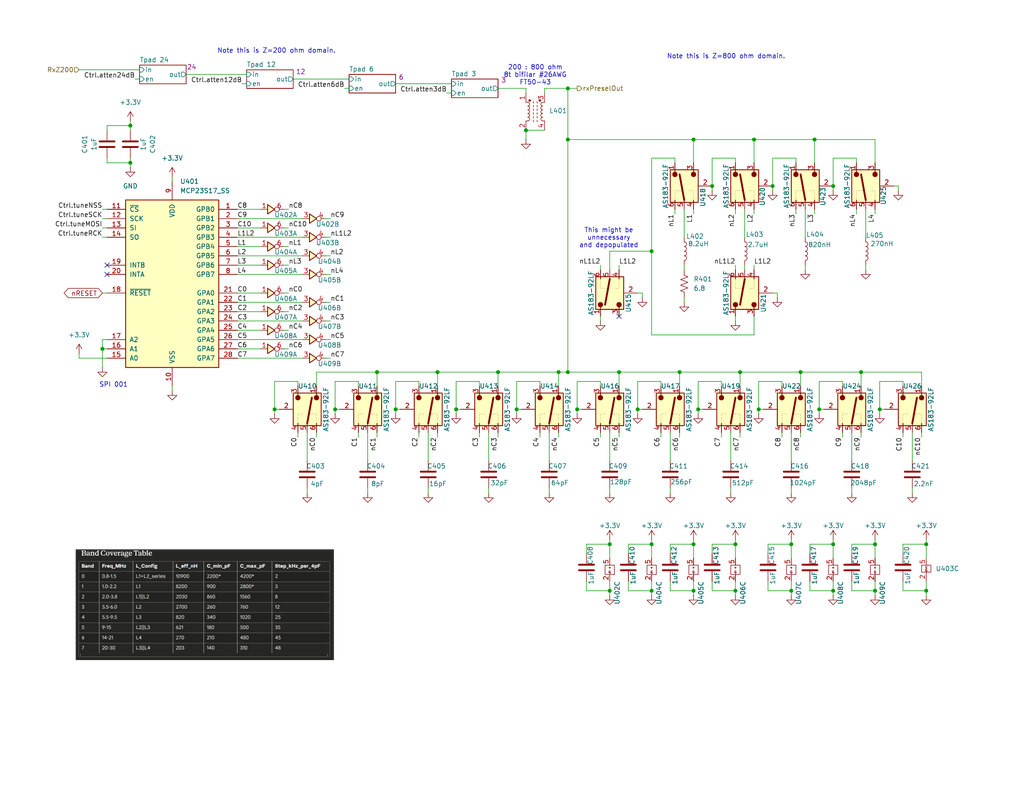
<source format=kicad_sch>
(kicad_sch (version 20250114) (generator "eeschema") (generator_version "9.0")
  (paper "USLetter")
  (title_block (title "Receive Preselector") (date "2025-10-13") (company "WB7NAB") (comment 1 "Alan Mimms"))
  (text "SPI 001" (at 30.988 105.156 0) (effects (font (size 1.27 1.27))))
  (text "200 : 800 ohm\n8t bifilar #26AWG\nFT50-43" (at 146.05 20.574 0) (effects (font (size 1.27 1.27))))
  (text "This might be\nunnecessary\nand depopulated" (at 166.116 65.024 0) (effects (font (size 1.27 1.27))))
  (text "Note this is Z=800 ohm domain." (at 198.12 15.494 0) (effects (font (size 1.27 1.27))))
  (text "Note this is Z=200 ohm domain." (at 75.438 13.97 0) (effects (font (size 1.27 1.27))))
  (junction (at 227.33 50.8))
  (junction (at 200.66 161.29))
  (junction (at 177.8 148.59))
  (junction (at 27.94 95.25))
  (junction (at 238.76 161.29))
  (junction (at 222.25 38.1))
  (junction (at 152.4 101.6))
  (junction (at 135.89 101.6))
  (junction (at 166.37 161.29))
  (junction (at 252.73 161.29))
  (junction (at 74.93 111.76))
  (junction (at 240.03 111.76))
  (junction (at 107.95 111.76))
  (junction (at 154.94 24.13))
  (junction (at 154.94 101.6))
  (junction (at 189.23 161.29))
  (junction (at 177.8 68.58))
  (junction (at 210.82 50.8))
  (junction (at 91.44 111.76))
  (junction (at 119.38 101.6))
  (junction (at 194.31 50.8))
  (junction (at 35.56 44.45))
  (junction (at 177.8 161.29))
  (junction (at 252.73 148.59))
  (junction (at 189.23 148.59))
  (junction (at 166.37 148.59))
  (junction (at 102.87 101.6))
  (junction (at 154.94 38.1))
  (junction (at 201.93 101.6))
  (junction (at 205.74 38.1))
  (junction (at 215.9 148.59))
  (junction (at 140.97 111.76))
  (junction (at 227.33 161.29))
  (junction (at 200.66 148.59))
  (junction (at 207.01 111.76))
  (junction (at 223.52 111.76))
  (junction (at 238.76 148.59))
  (junction (at 227.33 148.59))
  (junction (at 190.5 111.76))
  (junction (at 168.91 101.6))
  (junction (at 218.44 101.6))
  (junction (at 215.9 161.29))
  (junction (at 185.42 101.6))
  (junction (at 124.46 111.76))
  (junction (at 157.48 111.76))
  (junction (at 234.95 101.6))
  (junction (at 35.56 34.29))
  (junction (at 189.23 38.1))
  (junction (at 173.99 111.76))
  (junction (at 143.51 35.56))
  (no_connect (at 168.91 86.36))
  (no_connect (at 29.21 72.39))
  (no_connect (at 29.21 74.93))
  (wire (pts (xy 223.52 113.03) (xy 223.52 111.76)))
  (wire (pts (xy 196.85 118.11) (xy 196.85 119.38)))
  (wire (pts (xy 212.09 80.01) (xy 210.82 80.01)))
  (wire (pts (xy 190.5 104.14) (xy 196.85 104.14)))
  (wire (pts (xy 29.21 44.45) (xy 35.56 44.45)))
  (wire (pts (xy 186.69 72.39) (xy 186.69 73.66)))
  (wire (pts (xy 168.91 118.11) (xy 168.91 119.38)))
  (wire (pts (xy 74.93 113.03) (xy 74.93 111.76)))
  (wire (pts (xy 182.88 148.59) (xy 182.88 151.13)))
  (wire (pts (xy 27.94 62.23) (xy 29.21 62.23)))
  (wire (pts (xy 100.33 133.35) (xy 100.33 134.62)))
  (wire (pts (xy 199.39 133.35) (xy 199.39 134.62)))
  (wire (pts (xy 200.66 147.32) (xy 200.66 148.59)))
  (wire (pts (xy 168.91 72.39) (xy 168.91 73.66)))
  (wire (pts (xy 201.93 118.11) (xy 201.93 119.38)))
  (wire (pts (xy 196.85 104.14) (xy 196.85 105.41)))
  (wire (pts (xy 177.8 158.75) (xy 177.8 161.29)))
  (wire (pts (xy 232.41 133.35) (xy 232.41 134.62)))
  (wire (pts (xy 27.94 95.25) (xy 29.21 95.25)))
  (wire (pts (xy 209.55 148.59) (xy 209.55 151.13)))
  (wire (pts (xy 251.46 101.6) (xy 251.46 105.41)))
  (wire (pts (xy 185.42 101.6) (xy 185.42 105.41)))
  (wire (pts (xy 29.21 34.29) (xy 35.56 34.29)))
  (wire (pts (xy 200.66 44.45) (xy 200.66 43.18)))
  (wire (pts (xy 86.36 118.11) (xy 86.36 119.38)))
  (wire (pts (xy 200.66 72.39) (xy 200.66 73.66)))
  (wire (pts (xy 64.77 74.93) (xy 82.55 74.93)))
  (wire (pts (xy 246.38 148.59) (xy 252.73 148.59)))
  (wire (pts (xy 91.44 111.76) (xy 92.71 111.76)))
  (wire (pts (xy 171.45 148.59) (xy 171.45 151.13)))
  (wire (pts (xy 185.42 118.11) (xy 185.42 119.38)))
  (wire (pts (xy 240.03 111.76) (xy 241.3 111.76)))
  (wire (pts (xy 186.69 81.28) (xy 186.69 82.55)))
  (wire (pts (xy 209.55 148.59) (xy 215.9 148.59)))
  (wire (pts (xy 135.89 101.6) (xy 135.89 105.41)))
  (wire (pts (xy 35.56 34.29) (xy 35.56 35.56)))
  (wire (pts (xy 200.66 43.18) (xy 194.31 43.18)))
  (wire (pts (xy 154.94 101.6) (xy 168.91 101.6)))
  (wire (pts (xy 77.47 57.15) (xy 78.74 57.15)))
  (wire (pts (xy 35.56 43.18) (xy 35.56 44.45)))
  (wire (pts (xy 227.33 50.8) (xy 227.33 43.18)))
  (wire (pts (xy 88.9 82.55) (xy 90.17 82.55)))
  (wire (pts (xy 180.34 118.11) (xy 180.34 119.38)))
  (wire (pts (xy 194.31 161.29) (xy 200.66 161.29)))
  (wire (pts (xy 173.99 111.76) (xy 175.26 111.76)))
  (wire (pts (xy 238.76 147.32) (xy 238.76 148.59)))
  (wire (pts (xy 218.44 101.6) (xy 234.95 101.6)))
  (wire (pts (xy 64.77 62.23) (xy 71.12 62.23)))
  (wire (pts (xy 220.98 148.59) (xy 220.98 151.13)))
  (wire (pts (xy 227.33 52.07) (xy 227.33 50.8)))
  (wire (pts (xy 149.86 118.11) (xy 149.86 125.73)))
  (wire (pts (xy 157.48 111.76) (xy 158.75 111.76)))
  (wire (pts (xy 152.4 118.11) (xy 152.4 119.38)))
  (wire (pts (xy 223.52 111.76) (xy 223.52 104.14)))
  (wire (pts (xy 182.88 118.11) (xy 182.88 125.73)))
  (wire (pts (xy 135.89 101.6) (xy 152.4 101.6)))
  (wire (pts (xy 140.97 111.76) (xy 142.24 111.76)))
  (wire (pts (xy 229.87 118.11) (xy 229.87 119.38)))
  (wire (pts (xy 215.9 148.59) (xy 215.9 152.4)))
  (wire (pts (xy 119.38 101.6) (xy 119.38 105.41)))
  (wire (pts (xy 107.95 111.76) (xy 109.22 111.76)))
  (wire (pts (xy 124.46 113.03) (xy 124.46 111.76)))
  (wire (pts (xy 220.98 148.59) (xy 227.33 148.59)))
  (wire (pts (xy 46.99 105.41) (xy 46.99 106.68)))
  (wire (pts (xy 194.31 148.59) (xy 200.66 148.59)))
  (wire (pts (xy 88.9 92.71) (xy 90.17 92.71)))
  (wire (pts (xy 116.84 133.35) (xy 116.84 134.62)))
  (wire (pts (xy 207.01 113.03) (xy 207.01 111.76)))
  (wire (pts (xy 177.8 147.32) (xy 177.8 148.59)))
  (wire (pts (xy 190.5 111.76) (xy 190.5 104.14)))
  (wire (pts (xy 81.28 118.11) (xy 81.28 119.38)))
  (wire (pts (xy 189.23 158.75) (xy 189.23 161.29)))
  (wire (pts (xy 175.26 81.28) (xy 175.26 80.01)))
  (wire (pts (xy 90.17 59.69) (xy 88.9 59.69)))
  (wire (pts (xy 27.94 64.77) (xy 29.21 64.77)))
  (wire (pts (xy 173.99 113.03) (xy 173.99 111.76)))
  (wire (pts (xy 116.84 118.11) (xy 116.84 125.73)))
  (wire (pts (xy 189.23 38.1) (xy 205.74 38.1)))
  (wire (pts (xy 219.71 57.15) (xy 219.71 64.77)))
  (wire (pts (xy 171.45 161.29) (xy 177.8 161.29)))
  (wire (pts (xy 64.77 87.63) (xy 82.55 87.63)))
  (wire (pts (xy 97.79 118.11) (xy 97.79 119.38)))
  (wire (pts (xy 154.94 24.13) (xy 154.94 38.1)))
  (wire (pts (xy 97.79 104.14) (xy 97.79 105.41)))
  (wire (pts (xy 119.38 118.11) (xy 119.38 119.38)))
  (wire (pts (xy 90.17 64.77) (xy 88.9 64.77)))
  (wire (pts (xy 133.35 118.11) (xy 133.35 125.73)))
  (wire (pts (xy 252.73 148.59) (xy 252.73 152.4)))
  (wire (pts (xy 205.74 57.15) (xy 205.74 58.42)))
  (wire (pts (xy 64.77 95.25) (xy 71.12 95.25)))
  (wire (pts (xy 232.41 158.75) (xy 232.41 161.29)))
  (wire (pts (xy 121.92 25.4) (xy 123.19 25.4)))
  (wire (pts (xy 157.48 113.03) (xy 157.48 111.76)))
  (wire (pts (xy 207.01 104.14) (xy 213.36 104.14)))
  (wire (pts (xy 189.23 38.1) (xy 189.23 44.45)))
  (wire (pts (xy 124.46 104.14) (xy 130.81 104.14)))
  (wire (pts (xy 200.66 57.15) (xy 200.66 58.42)))
  (wire (pts (xy 213.36 104.14) (xy 213.36 105.41)))
  (wire (pts (xy 36.83 21.59) (xy 38.1 21.59)))
  (wire (pts (xy 173.99 104.14) (xy 180.34 104.14)))
  (wire (pts (xy 252.73 161.29) (xy 252.73 162.56)))
  (wire (pts (xy 248.92 133.35) (xy 248.92 134.62)))
  (wire (pts (xy 189.23 161.29) (xy 189.23 162.56)))
  (wire (pts (xy 229.87 104.14) (xy 229.87 105.41)))
  (wire (pts (xy 189.23 147.32) (xy 189.23 148.59)))
  (wire (pts (xy 210.82 50.8) (xy 210.82 43.18)))
  (wire (pts (xy 107.95 113.03) (xy 107.95 111.76)))
  (wire (pts (xy 88.9 69.85) (xy 90.17 69.85)))
  (wire (pts (xy 119.38 101.6) (xy 135.89 101.6)))
  (wire (pts (xy 200.66 86.36) (xy 200.66 87.63)))
  (wire (pts (xy 205.74 91.44) (xy 177.8 91.44)))
  (wire (pts (xy 184.15 57.15) (xy 184.15 58.42)))
  (wire (pts (xy 77.47 67.31) (xy 78.74 67.31)))
  (wire (pts (xy 27.94 95.25) (xy 27.94 100.33)))
  (wire (pts (xy 29.21 35.56) (xy 29.21 34.29)))
  (wire (pts (xy 205.74 86.36) (xy 205.74 91.44)))
  (wire (pts (xy 200.66 148.59) (xy 200.66 152.4)))
  (wire (pts (xy 186.69 57.15) (xy 186.69 64.77)))
  (wire (pts (xy 252.73 147.32) (xy 252.73 148.59)))
  (wire (pts (xy 227.33 158.75) (xy 227.33 161.29)))
  (wire (pts (xy 213.36 118.11) (xy 213.36 119.38)))
  (wire (pts (xy 88.9 87.63) (xy 90.17 87.63)))
  (wire (pts (xy 157.48 111.76) (xy 157.48 104.14)))
  (wire (pts (xy 160.02 148.59) (xy 160.02 151.13)))
  (wire (pts (xy 143.51 35.56) (xy 143.51 38.1)))
  (wire (pts (xy 27.94 57.15) (xy 29.21 57.15)))
  (wire (pts (xy 180.34 104.14) (xy 180.34 105.41)))
  (wire (pts (xy 185.42 101.6) (xy 201.93 101.6)))
  (wire (pts (xy 35.56 44.45) (xy 35.56 45.72)))
  (wire (pts (xy 64.77 82.55) (xy 82.55 82.55)))
  (wire (pts (xy 64.77 85.09) (xy 71.12 85.09)))
  (wire (pts (xy 152.4 101.6) (xy 152.4 105.41)))
  (wire (pts (xy 200.66 158.75) (xy 200.66 161.29)))
  (wire (pts (xy 238.76 38.1) (xy 238.76 44.45)))
  (wire (pts (xy 234.95 118.11) (xy 234.95 119.38)))
  (wire (pts (xy 190.5 111.76) (xy 191.77 111.76)))
  (wire (pts (xy 74.93 111.76) (xy 76.2 111.76)))
  (wire (pts (xy 166.37 158.75) (xy 166.37 161.29)))
  (wire (pts (xy 232.41 118.11) (xy 232.41 125.73)))
  (wire (pts (xy 102.87 101.6) (xy 119.38 101.6)))
  (wire (pts (xy 182.88 148.59) (xy 189.23 148.59)))
  (wire (pts (xy 88.9 74.93) (xy 90.17 74.93)))
  (wire (pts (xy 243.84 50.8) (xy 245.11 50.8)))
  (wire (pts (xy 223.52 104.14) (xy 229.87 104.14)))
  (wire (pts (xy 234.95 101.6) (xy 234.95 105.41)))
  (wire (pts (xy 140.97 113.03) (xy 140.97 111.76)))
  (wire (pts (xy 232.41 148.59) (xy 238.76 148.59)))
  (wire (pts (xy 91.44 111.76) (xy 91.44 104.14)))
  (wire (pts (xy 236.22 72.39) (xy 236.22 73.66)))
  (wire (pts (xy 107.95 22.86) (xy 123.19 22.86)))
  (wire (pts (xy 173.99 111.76) (xy 173.99 104.14)))
  (wire (pts (xy 217.17 43.18) (xy 217.17 44.45)))
  (wire (pts (xy 168.91 101.6) (xy 168.91 105.41)))
  (wire (pts (xy 77.47 95.25) (xy 78.74 95.25)))
  (wire (pts (xy 245.11 50.8) (xy 245.11 52.07)))
  (wire (pts (xy 21.59 19.05) (xy 38.1 19.05)))
  (wire (pts (xy 166.37 68.58) (xy 177.8 68.58)))
  (wire (pts (xy 189.23 148.59) (xy 189.23 152.4)))
  (wire (pts (xy 182.88 133.35) (xy 182.88 134.62)))
  (wire (pts (xy 102.87 118.11) (xy 102.87 119.38)))
  (wire (pts (xy 238.76 161.29) (xy 238.76 162.56)))
  (wire (pts (xy 107.95 111.76) (xy 107.95 104.14)))
  (wire (pts (xy 222.25 38.1) (xy 205.74 38.1)))
  (wire (pts (xy 238.76 158.75) (xy 238.76 161.29)))
  (wire (pts (xy 83.82 133.35) (xy 83.82 134.62)))
  (wire (pts (xy 240.03 104.14) (xy 246.38 104.14)))
  (wire (pts (xy 140.97 111.76) (xy 140.97 104.14)))
  (wire (pts (xy 222.25 57.15) (xy 222.25 58.42)))
  (wire (pts (xy 246.38 158.75) (xy 246.38 161.29)))
  (wire (pts (xy 64.77 90.17) (xy 71.12 90.17)))
  (wire (pts (xy 177.8 91.44) (xy 177.8 68.58)))
  (wire (pts (xy 246.38 148.59) (xy 246.38 151.13)))
  (wire (pts (xy 233.68 43.18) (xy 233.68 44.45)))
  (wire (pts (xy 175.26 80.01) (xy 173.99 80.01)))
  (wire (pts (xy 27.94 80.01) (xy 29.21 80.01)))
  (wire (pts (xy 210.82 43.18) (xy 217.17 43.18)))
  (wire (pts (xy 64.77 64.77) (xy 82.55 64.77)))
  (wire (pts (xy 215.9 158.75) (xy 215.9 161.29)))
  (wire (pts (xy 207.01 111.76) (xy 207.01 104.14)))
  (wire (pts (xy 227.33 161.29) (xy 227.33 162.56)))
  (wire (pts (xy 154.94 38.1) (xy 154.94 101.6)))
  (wire (pts (xy 166.37 147.32) (xy 166.37 148.59)))
  (wire (pts (xy 154.94 38.1) (xy 189.23 38.1)))
  (wire (pts (xy 177.8 68.58) (xy 177.8 43.18)))
  (wire (pts (xy 209.55 158.75) (xy 209.55 161.29)))
  (wire (pts (xy 154.94 24.13) (xy 157.48 24.13)))
  (wire (pts (xy 86.36 101.6) (xy 102.87 101.6)))
  (wire (pts (xy 64.77 72.39) (xy 71.12 72.39)))
  (wire (pts (xy 46.99 48.26) (xy 46.99 49.53)))
  (wire (pts (xy 246.38 161.29) (xy 252.73 161.29)))
  (wire (pts (xy 160.02 148.59) (xy 166.37 148.59)))
  (wire (pts (xy 200.66 161.29) (xy 200.66 162.56)))
  (wire (pts (xy 201.93 101.6) (xy 201.93 105.41)))
  (wire (pts (xy 252.73 158.75) (xy 252.73 161.29)))
  (wire (pts (xy 177.8 43.18) (xy 184.15 43.18)))
  (wire (pts (xy 177.8 161.29) (xy 177.8 162.56)))
  (wire (pts (xy 190.5 113.03) (xy 190.5 111.76)))
  (wire (pts (xy 86.36 101.6) (xy 86.36 105.41)))
  (wire (pts (xy 114.3 104.14) (xy 114.3 105.41)))
  (wire (pts (xy 29.21 92.71) (xy 27.94 92.71)))
  (wire (pts (xy 88.9 97.79) (xy 90.17 97.79)))
  (wire (pts (xy 64.77 92.71) (xy 82.55 92.71)))
  (wire (pts (xy 233.68 57.15) (xy 233.68 58.42)))
  (wire (pts (xy 240.03 113.03) (xy 240.03 111.76)))
  (wire (pts (xy 232.41 161.29) (xy 238.76 161.29)))
  (wire (pts (xy 64.77 69.85) (xy 82.55 69.85)))
  (wire (pts (xy 171.45 158.75) (xy 171.45 161.29)))
  (wire (pts (xy 227.33 148.59) (xy 227.33 152.4)))
  (wire (pts (xy 194.31 43.18) (xy 194.31 50.8)))
  (wire (pts (xy 130.81 104.14) (xy 130.81 105.41)))
  (wire (pts (xy 77.47 62.23) (xy 78.74 62.23)))
  (wire (pts (xy 203.2 57.15) (xy 203.2 64.77)))
  (wire (pts (xy 168.91 101.6) (xy 185.42 101.6)))
  (wire (pts (xy 114.3 118.11) (xy 114.3 119.38)))
  (wire (pts (xy 77.47 72.39) (xy 78.74 72.39)))
  (wire (pts (xy 135.89 24.13) (xy 143.51 24.13)))
  (wire (pts (xy 215.9 161.29) (xy 215.9 162.56)))
  (wire (pts (xy 222.25 38.1) (xy 222.25 44.45)))
  (wire (pts (xy 166.37 148.59) (xy 166.37 152.4)))
  (wire (pts (xy 234.95 101.6) (xy 251.46 101.6)))
  (wire (pts (xy 50.8 20.32) (xy 67.31 20.32)))
  (wire (pts (xy 166.37 118.11) (xy 166.37 125.73)))
  (wire (pts (xy 147.32 104.14) (xy 147.32 105.41)))
  (wire (pts (xy 207.01 111.76) (xy 208.28 111.76)))
  (wire (pts (xy 83.82 118.11) (xy 83.82 125.73)))
  (wire (pts (xy 147.32 118.11) (xy 147.32 119.38)))
  (wire (pts (xy 102.87 101.6) (xy 102.87 105.41)))
  (wire (pts (xy 166.37 133.35) (xy 166.37 134.62)))
  (wire (pts (xy 215.9 147.32) (xy 215.9 148.59)))
  (wire (pts (xy 163.83 118.11) (xy 163.83 119.38)))
  (wire (pts (xy 182.88 158.75) (xy 182.88 161.29)))
  (wire (pts (xy 64.77 97.79) (xy 82.55 97.79)))
  (wire (pts (xy 107.95 104.14) (xy 114.3 104.14)))
  (wire (pts (xy 157.48 104.14) (xy 163.83 104.14)))
  (wire (pts (xy 251.46 118.11) (xy 251.46 119.38)))
  (wire (pts (xy 29.21 43.18) (xy 29.21 44.45)))
  (wire (pts (xy 124.46 111.76) (xy 124.46 104.14)))
  (wire (pts (xy 100.33 118.11) (xy 100.33 125.73)))
  (wire (pts (xy 194.31 148.59) (xy 194.31 151.13)))
  (wire (pts (xy 163.83 86.36) (xy 163.83 87.63)))
  (wire (pts (xy 199.39 118.11) (xy 199.39 125.73)))
  (wire (pts (xy 27.94 92.71) (xy 27.94 95.25)))
  (wire (pts (xy 194.31 158.75) (xy 194.31 161.29)))
  (wire (pts (xy 205.74 38.1) (xy 205.74 44.45)))
  (wire (pts (xy 21.59 97.79) (xy 29.21 97.79)))
  (wire (pts (xy 81.28 104.14) (xy 81.28 105.41)))
  (wire (pts (xy 27.94 59.69) (xy 29.21 59.69)))
  (wire (pts (xy 201.93 101.6) (xy 218.44 101.6)))
  (wire (pts (xy 21.59 96.52) (xy 21.59 97.79)))
  (wire (pts (xy 218.44 101.6) (xy 218.44 105.41)))
  (wire (pts (xy 160.02 161.29) (xy 166.37 161.29)))
  (wire (pts (xy 215.9 133.35) (xy 215.9 134.62)))
  (wire (pts (xy 124.46 111.76) (xy 125.73 111.76)))
  (wire (pts (xy 240.03 111.76) (xy 240.03 104.14)))
  (wire (pts (xy 189.23 57.15) (xy 189.23 58.42)))
  (wire (pts (xy 217.17 57.15) (xy 217.17 58.42)))
  (wire (pts (xy 238.76 57.15) (xy 238.76 58.42)))
  (wire (pts (xy 82.55 59.69) (xy 64.77 59.69)))
  (wire (pts (xy 205.74 72.39) (xy 205.74 73.66)))
  (wire (pts (xy 246.38 104.14) (xy 246.38 105.41)))
  (wire (pts (xy 236.22 57.15) (xy 236.22 64.77)))
  (wire (pts (xy 166.37 161.29) (xy 166.37 162.56)))
  (wire (pts (xy 171.45 148.59) (xy 177.8 148.59)))
  (wire (pts (xy 133.35 133.35) (xy 133.35 134.62)))
  (wire (pts (xy 227.33 43.18) (xy 233.68 43.18)))
  (wire (pts (xy 238.76 38.1) (xy 222.25 38.1)))
  (wire (pts (xy 135.89 118.11) (xy 135.89 119.38)))
  (wire (pts (xy 163.83 104.14) (xy 163.83 105.41)))
  (wire (pts (xy 166.37 68.58) (xy 166.37 73.66)))
  (wire (pts (xy 203.2 72.39) (xy 203.2 73.66)))
  (wire (pts (xy 184.15 43.18) (xy 184.15 44.45)))
  (wire (pts (xy 209.55 161.29) (xy 215.9 161.29)))
  (wire (pts (xy 77.47 80.01) (xy 78.74 80.01)))
  (wire (pts (xy 220.98 158.75) (xy 220.98 161.29)))
  (wire (pts (xy 149.86 133.35) (xy 149.86 134.62)))
  (wire (pts (xy 148.59 24.13) (xy 154.94 24.13)))
  (wire (pts (xy 210.82 52.07) (xy 210.82 50.8)))
  (wire (pts (xy 220.98 161.29) (xy 227.33 161.29)))
  (wire (pts (xy 35.56 33.02) (xy 35.56 34.29)))
  (wire (pts (xy 218.44 118.11) (xy 218.44 119.38)))
  (wire (pts (xy 148.59 24.13) (xy 148.59 25.4)))
  (wire (pts (xy 215.9 118.11) (xy 215.9 125.73)))
  (wire (pts (xy 66.04 22.86) (xy 67.31 22.86)))
  (wire (pts (xy 219.71 72.39) (xy 219.71 73.66)))
  (wire (pts (xy 238.76 148.59) (xy 238.76 152.4)))
  (wire (pts (xy 130.81 118.11) (xy 130.81 119.38)))
  (wire (pts (xy 74.93 111.76) (xy 74.93 104.14)))
  (wire (pts (xy 143.51 35.56) (xy 148.59 35.56)))
  (wire (pts (xy 64.77 67.31) (xy 71.12 67.31)))
  (wire (pts (xy 182.88 161.29) (xy 189.23 161.29)))
  (wire (pts (xy 246.38 118.11) (xy 246.38 119.38)))
  (wire (pts (xy 163.83 72.39) (xy 163.83 73.66)))
  (wire (pts (xy 91.44 113.03) (xy 91.44 111.76)))
  (wire (pts (xy 64.77 57.15) (xy 71.12 57.15)))
  (wire (pts (xy 143.51 25.4) (xy 143.51 24.13)))
  (wire (pts (xy 227.33 147.32) (xy 227.33 148.59)))
  (wire (pts (xy 160.02 158.75) (xy 160.02 161.29)))
  (wire (pts (xy 64.77 80.01) (xy 71.12 80.01)))
  (wire (pts (xy 77.47 90.17) (xy 78.74 90.17)))
  (wire (pts (xy 232.41 148.59) (xy 232.41 151.13)))
  (wire (pts (xy 77.47 85.09) (xy 78.74 85.09)))
  (wire (pts (xy 152.4 101.6) (xy 154.94 101.6)))
  (wire (pts (xy 177.8 148.59) (xy 177.8 152.4)))
  (wire (pts (xy 93.98 24.13) (xy 95.25 24.13)))
  (wire (pts (xy 248.92 118.11) (xy 248.92 125.73)))
  (wire (pts (xy 91.44 104.14) (xy 97.79 104.14)))
  (wire (pts (xy 212.09 81.28) (xy 212.09 80.01)))
  (wire (pts (xy 140.97 104.14) (xy 147.32 104.14)))
  (wire (pts (xy 194.31 52.07) (xy 194.31 50.8)))
  (wire (pts (xy 80.01 21.59) (xy 95.25 21.59)))
  (wire (pts (xy 74.93 104.14) (xy 81.28 104.14)))
  (wire (pts (xy 223.52 111.76) (xy 224.79 111.76)))
  (image (at 55.88 165.1))
  (label "nC6" (at 185.42 119.38 270))
  (label "nL3" (at 217.17 58.42 270))
  (label "nL4" (at 90.17 74.93 0))
  (label "C8" (at 64.77 57.15 0))
  (label "nL4" (at 233.68 58.42 270))
  (label "C10" (at 64.77 62.23 0))
  (label "L1L2" (at 168.91 72.39 0))
  (label "L1" (at 64.77 67.31 0))
  (label "C5" (at 64.77 92.71 0))
  (label "C10" (at 246.38 119.38 270))
  (label "C7" (at 196.85 119.38 270))
  (label "L1L2" (at 64.77 64.77 0))
  (label "C1" (at 97.79 119.38 270))
  (label "C9" (at 64.77 59.69 0))
  (label "C2" (at 64.77 85.09 0))
  (label "L2" (at 64.77 69.85 0))
  (label "nC0" (at 86.36 119.38 270))
  (label "Ctrl.tuneNSS" (at 27.94 57.15 180))
  (label "nC3" (at 135.89 119.38 270))
  (label "nL1L2" (at 200.66 72.39 180))
  (label "C0" (at 81.28 119.38 270))
  (label "nC1" (at 90.17 82.55 0))
  (label "L2" (at 205.74 58.42 270))
  (label "nL2" (at 200.66 58.42 270))
  (label "C4" (at 147.32 119.38 270))
  (label "Ctrl.tuneRCK" (at 27.94 64.77 180))
  (label "Ctrl.atten12dB" (at 66.04 22.86 180))
  (label "nC8" (at 78.74 57.15 0))
  (label "C9" (at 229.87 119.38 270))
  (label "C3" (at 64.77 87.63 0))
  (label "Ctrl.atten24dB" (at 36.83 21.59 180))
  (label "Ctrl.tuneMOSI" (at 27.94 62.23 180))
  (label "nC5" (at 168.91 119.38 270))
  (label "nL1" (at 184.15 58.42 270))
  (label "C7" (at 64.77 97.79 0))
  (label "L4" (at 238.76 58.42 270))
  (label "Ctrl.atten3dB" (at 121.92 25.4 180))
  (label "nC10" (at 251.46 119.38 270))
  (label "C8" (at 213.36 119.38 270))
  (label "L3" (at 222.25 58.42 270))
  (label "C6" (at 64.77 95.25 0))
  (label "L4" (at 64.77 74.93 0))
  (label "C0" (at 64.77 80.01 0))
  (label "nC5" (at 90.17 92.71 0))
  (label "nC9" (at 234.95 119.38 270))
  (label "C1" (at 64.77 82.55 0))
  (label "L1L2" (at 205.74 72.39 0))
  (label "nL1" (at 78.74 67.31 0))
  (label "nC2" (at 78.74 85.09 0))
  (label "nL2" (at 90.17 69.85 0))
  (label "nL1L2" (at 90.17 64.77 0))
  (label "nC7" (at 201.93 119.38 270))
  (label "nC0" (at 78.74 80.01 0))
  (label "nC1" (at 102.87 119.38 270))
  (label "L3" (at 64.77 72.39 0))
  (label "nC10" (at 78.74 62.23 0))
  (label "L1" (at 189.23 58.42 270))
  (label "Ctrl.tuneSCK" (at 27.94 59.69 180))
  (label "C2" (at 114.3 119.38 270))
  (label "C5" (at 163.83 119.38 270))
  (label "nC4" (at 78.74 90.17 0))
  (label "nC2" (at 119.38 119.38 270))
  (label "nL1L2" (at 163.83 72.39 180))
  (label "C3" (at 130.81 119.38 270))
  (label "nC3" (at 90.17 87.63 0))
  (label "C4" (at 64.77 90.17 0))
  (label "nC8" (at 218.44 119.38 270))
  (label "C6" (at 180.34 119.38 270))
  (label "nC4" (at 152.4 119.38 270))
  (label "Ctrl.atten6dB" (at 93.98 24.13 180))
  (label "nC9" (at 90.17 59.69 0))
  (label "nC6" (at 78.74 95.25 0))
  (label "nC7" (at 90.17 97.79 0))
  (label "nL3" (at 78.74 72.39 0))
  (global_label "nRESET" (shape bidirectional) (at 27.94 80.01 180) (property "Intersheetrefs" "${INTERSHEET_REFS}" (effects (hide yes))))
  (hierarchical_label "rxPreselOut" (shape output) (at 157.48 24.13 0))
  (hierarchical_label "RxZ200" (shape input) (at 21.59 19.05 180))
  (symbol (lib_id "Library:74LVC2G04") (at 85.09 92.71 0) (unit 2)
    (property "Reference" "U408" (at 89.916 94.234 0))
    (property "Value" "74LVC2G04" (effects (hide yes)))
    (property "Footprint" "Library:DCK-6" (effects (hide yes)))
  )
  (symbol (lib_id "Library:74LVC2G04") (at 73.66 95.25 0) (unit 1)
    (property "Reference" "U409" (at 77.978 96.774 0))
    (property "Value" "74LVC2G04" (effects (hide yes)))
    (property "Footprint" "Library:DCK-6" (effects (hide yes)))
  )
  (symbol (lib_id "power:GND") (at 140.97 113.03 0) (unit 1)
    (property "Reference" "#PWR0415" (effects (hide yes)))
    (property "Value" "GND" (effects (hide yes)))
    (property "Description" "Power symbol creates a global label with name \"GND\" , ground" (effects (hide yes)))
  )
  (symbol (lib_id "Library:74LVC2G04") (at 73.66 72.39 0) (unit 1)
    (property "Reference" "U405" (at 77.978 73.914 0))
    (property "Value" "74LVC2G04" (effects (hide yes)))
    (property "Footprint" "Library:DCK-6" (effects (hide yes)))
  )
  (symbol (lib_id "power:GND") (at 252.73 162.56 0) (unit 1)
    (property "Reference" "#PWR0456" (effects (hide yes)))
    (property "Value" "GND" (effects (hide yes)))
    (property "Description" "Power symbol creates a global label with name \"GND\" , ground" (effects (hide yes)))
  )
  (symbol (lib_id "Device:C") (at 209.55 154.94 0) (unit 1)
    (property "Reference" "C415" (at 210.566 149.098 90) (effects (justify right)))
    (property "Value" "1uF" (at 210.82 155.956 90) (effects (justify right)))
    (property "Footprint" "Capacitor_SMD:C_0805_2012Metric" (effects (hide yes)))
    (property "Description" "Unpolarized capacitor" (effects (hide yes)))
  )
  (symbol (lib_id "Library:74LVC2G04") (at 73.66 90.17 0) (unit 1)
    (property "Reference" "U408" (at 77.978 91.694 0))
    (property "Value" "74LVC2G04" (effects (hide yes)))
    (property "Footprint" "Library:DCK-6" (effects (hide yes)))
  )
  (symbol (lib_id "Device:L") (at 219.71 68.58 0) (unit 1)
    (property "Reference" "L404" (at 219.964 64.008 0) (effects (justify left)))
    (property "Value" "820nH" (at 220.472 66.802 0) (effects (justify left)))
    (property "Footprint" "Inductor_SMD:L_Coilcraft_1008HQ_2520Metric" (effects (hide yes)))
    (property "Datasheet" "https://www.coilcraft.com/getmedia/9b59774c-05d4-40c5-99c9-417bb8e881ea/1008cs.pdf" (effects (hide yes)))
    (property "Description" "Inductor" (effects (hide yes)))
  )
  (symbol (lib_id "Library:74LVC2G04") (at 85.09 74.93 0) (unit 2)
    (property "Reference" "U405" (at 89.916 76.454 0))
    (property "Value" "74LVC2G04" (effects (hide yes)))
    (property "Footprint" "Library:DCK-6" (effects (hide yes)))
  )
  (symbol (lib_id "Device:L") (at 203.2 68.58 0) (unit 1)
    (property "Reference" "L403" (at 203.454 64.008 0) (effects (justify left)))
    (property "Value" "2.7uH" (at 203.962 66.802 0) (effects (justify left)))
    (property "Footprint" "Inductor_SMD:L_Coilcraft_1008HQ_2520Metric" (effects (hide yes)))
    (property "Datasheet" "https://www.coilcraft.com/getmedia/9b59774c-05d4-40c5-99c9-417bb8e881ea/1008cs.pdf" (effects (hide yes)))
  )
  (symbol (lib_id "power:GND") (at 219.71 73.66 0) (unit 1)
    (property "Reference" "#PWR0443" (effects (hide yes)))
    (property "Value" "GND" (effects (hide yes)))
    (property "Description" "Power symbol creates a global label with name \"GND\" , ground" (effects (hide yes)))
  )
  (symbol (lib_id "power:+3.3V") (at 200.66 147.32 0) (unit 1)
    (property "Reference" "#PWR0435" (effects (hide yes)))
    (property "Value" "+3.3V" (at 200.66 143.51 0))
    (property "Description" "Power symbol creates a global label with name \"+3.3V\"" (effects (hide yes)))
  )
  (symbol (lib_id "Library:AS169-73LF") (at 232.41 111.76 270) (unit 1)
    (property "Reference" "U424" (at 229.87 105.41 90) (effects (justify left)))
    (property "Value" "AS183-92LF" (at 237.49 111.76 0))
    (property "Footprint" "Library:SOT65P220X110-6N" (effects (hide yes)))
  )
  (symbol (lib_id "Device:C") (at 149.86 129.54 0) (unit 1)
    (property "Reference" "C407" (at 154.686 127.254 0) (effects (justify right)))
    (property "Value" "64pF" (at 155.194 131.826 0) (effects (justify right)))
    (property "Footprint" "Capacitor_SMD:C_1206_3216Metric" (effects (hide yes)))
    (property "Description" "Unpolarized capacitor" (effects (hide yes)))
  )
  (symbol (lib_id "power:GND") (at 173.99 113.03 0) (unit 1)
    (property "Reference" "#PWR0423" (effects (hide yes)))
    (property "Value" "GND" (effects (hide yes)))
    (property "Description" "Power symbol creates a global label with name \"GND\" , ground" (effects (hide yes)))
  )
  (symbol (lib_id "power:GND") (at 248.92 134.62 0) (unit 1)
    (property "Reference" "#PWR0454" (effects (hide yes)))
    (property "Value" "GND" (effects (hide yes)))
    (property "Description" "Power symbol creates a global label with name \"GND\" , ground" (effects (hide yes)))
  )
  (symbol (lib_id "power:+5V") (at 21.59 96.52 0) (unit 1)
    (property "Reference" "#PWR0401" (effects (hide yes)))
    (property "Value" "+3.3V" (at 21.59 91.44 0))
    (property "Description" "Power symbol creates a global label with name \"+3.3V\"" (effects (hide yes)))
  )
  (symbol (lib_id "Library:AS169-73LF") (at 133.35 111.76 270) (unit 1)
    (property "Reference" "U413" (at 130.81 105.41 90) (effects (justify left)))
    (property "Value" "AS183-92LF" (at 138.43 111.76 0))
    (property "Footprint" "Library:SOT65P220X110-6N" (effects (hide yes)))
  )
  (symbol (lib_id "Library:74LVC2G04") (at 73.66 85.09 0) (unit 1)
    (property "Reference" "U407" (at 77.978 86.614 0))
    (property "Value" "74LVC2G04" (effects (hide yes)))
    (property "Footprint" "Library:DCK-6" (effects (hide yes)))
  )
  (symbol (lib_id "Library:AS169-73LF") (at 219.71 50.8 90) (mirror x) (unit 1)
    (property "Reference" "U423" (at 224.536 51.054 0) (effects (justify left)))
    (property "Value" "AS183-92LF" (at 214.63 50.8 0))
    (property "Footprint" "Library:SOT65P220X110-6N" (effects (hide yes)))
  )
  (symbol (lib_id "power:GND") (at 166.37 134.62 0) (unit 1)
    (property "Reference" "#PWR0420" (effects (hide yes)))
    (property "Value" "GND" (effects (hide yes)))
    (property "Description" "Power symbol creates a global label with name \"GND\" , ground" (effects (hide yes)))
  )
  (symbol (lib_id "power:GND") (at 227.33 162.56 0) (unit 1)
    (property "Reference" "#PWR0447" (effects (hide yes)))
    (property "Value" "GND" (effects (hide yes)))
    (property "Description" "Power symbol creates a global label with name \"GND\" , ground" (effects (hide yes)))
  )
  (symbol (lib_id "Device:L_Ferrite_Coupled") (at 146.05 30.48 90) (mirror x) (unit 1)
    (property "Reference" "L401" (at 149.86 30.2261 90) (effects (justify right)))
    (property "Value" "8t bifilar" (effects (hide yes)))
    (property "Footprint" "Inductor_THT:L_CommonMode_Toroid_Vertical_L19.3mm_W10.8mm_Px6.35mm_Py15.24mm_Bourns_8100" (effects (hide yes)))
    (property "Description" "Coupled inductor with ferrite core (hand wound 8t #26AWG bifilar FT50-43" (effects (hide yes)))
  )
  (symbol (lib_id "power:GND") (at 238.76 162.56 0) (unit 1)
    (property "Reference" "#PWR0451" (effects (hide yes)))
    (property "Value" "GND" (effects (hide yes)))
    (property "Description" "Power symbol creates a global label with name \"GND\" , ground" (effects (hide yes)))
  )
  (symbol (lib_id "Library:AS169-73LF") (at 166.37 111.76 270) (unit 1)
    (property "Reference" "U416" (at 163.83 105.41 90) (effects (justify left)))
    (property "Value" "AS183-92LF" (at 171.45 111.76 0))
    (property "Footprint" "Library:SOT65P220X110-6N" (effects (hide yes)))
  )
  (symbol (lib_id "Device:C") (at 166.37 129.54 0) (unit 1)
    (property "Reference" "C409" (at 171.196 127.254 0) (effects (justify right)))
    (property "Value" "128pF" (at 172.466 131.572 0) (effects (justify right)))
    (property "Footprint" "Capacitor_SMD:C_1206_3216Metric" (effects (hide yes)))
    (property "Description" "Unpolarized capacitor" (effects (hide yes)))
  )
  (symbol (lib_id "Library:74LVC2G04") (at 85.09 69.85 0) (unit 2)
    (property "Reference" "U404" (at 89.916 71.374 0))
    (property "Value" "74LVC2G04" (effects (hide yes)))
    (property "Footprint" "Library:DCK6" (effects (hide yes)))
  )
  (symbol (lib_id "power:GND") (at 83.82 134.62 0) (unit 1)
    (property "Reference" "#PWR0408" (effects (hide yes)))
    (property "Value" "GND" (effects (hide yes)))
    (property "Description" "Power symbol creates a global label with name \"GND\" , ground" (effects (hide yes)))
  )
  (symbol (lib_id "power:GND") (at 157.48 113.03 0) (unit 1)
    (property "Reference" "#PWR0418" (effects (hide yes)))
    (property "Value" "GND" (effects (hide yes)))
    (property "Description" "Power symbol creates a global label with name \"GND\" , ground" (effects (hide yes)))
  )
  (symbol (lib_id "power:GND") (at 227.33 52.07 0) (unit 1)
    (property "Reference" "#PWR0445" (effects (hide yes)))
    (property "Value" "GND" (effects (hide yes)))
    (property "Description" "Power symbol creates a global label with name \"GND\" , ground" (effects (hide yes)))
  )
  (symbol (lib_id "power:+3.3V") (at 227.33 147.32 0) (unit 1)
    (property "Reference" "#PWR0446" (effects (hide yes)))
    (property "Value" "+3.3V" (at 227.33 143.51 0))
    (property "Description" "Power symbol creates a global label with name \"+3.3V\"" (effects (hide yes)))
  )
  (symbol (lib_id "power:GND") (at 223.52 113.03 0) (unit 1)
    (property "Reference" "#PWR0444" (effects (hide yes)))
    (property "Value" "GND" (effects (hide yes)))
    (property "Description" "Power symbol creates a global label with name \"GND\" , ground" (effects (hide yes)))
  )
  (symbol (lib_id "Device:C") (at 171.45 154.94 0) (unit 1)
    (property "Reference" "C410" (at 172.466 149.098 90) (effects (justify right)))
    (property "Value" "1uF" (at 172.72 155.956 90) (effects (justify right)))
    (property "Footprint" "Capacitor_SMD:C_0805_2012Metric" (effects (hide yes)))
    (property "Description" "Unpolarized capacitor" (effects (hide yes)))
  )
  (symbol (lib_id "Device:C") (at 182.88 154.94 0) (unit 1)
    (property "Reference" "C412" (at 183.896 149.098 90) (effects (justify right)))
    (property "Value" "1uF" (at 184.15 155.956 90) (effects (justify right)))
    (property "Footprint" "Capacitor_SMD:C_0805_2012Metric" (effects (hide yes)))
    (property "Description" "Unpolarized capacitor" (effects (hide yes)))
  )
  (symbol (lib_id "Library:74LVC2G04") (at 85.09 97.79 0) (unit 2)
    (property "Reference" "U409" (at 89.916 99.314 0))
    (property "Value" "74LVC2G04" (effects (hide yes)))
    (property "Footprint" "Library:DCK-6" (effects (hide yes)))
  )
  (symbol (lib_id "power:GND") (at 182.88 134.62 0) (unit 1)
    (property "Reference" "#PWR0427" (effects (hide yes)))
    (property "Value" "GND" (effects (hide yes)))
    (property "Description" "Power symbol creates a global label with name \"GND\" , ground" (effects (hide yes)))
  )
  (symbol (lib_id "Library:AS169-73LF") (at 203.2 80.01 90) (unit 1)
    (property "Reference" "U421" (at 208.28 85.344 0) (effects (justify left)))
    (property "Value" "AS183-92LF" (at 198.12 80.01 0))
    (property "Footprint" "Library:SOT65P220X110-6N" (effects (hide yes)))
  )
  (symbol (lib_id "Library:74LVC2G04") (at 73.66 67.31 0) (unit 1)
    (property "Reference" "U404" (at 77.978 68.834 0))
    (property "Value" "74LVC2G04" (effects (hide yes)))
    (property "Footprint" "Library:DCK6" (effects (hide yes)))
  )
  (symbol (lib_id "Library:AS169-73LF") (at 236.22 50.8 90) (mirror x) (unit 1)
    (property "Reference" "U425" (at 241.046 50.8 0) (effects (justify left)))
    (property "Value" "AS183-92LF" (at 231.14 50.8 0))
    (property "Footprint" "Library:SOT65P220X110-6N" (effects (hide yes)))
  )
  (symbol (lib_name "74LVC2G04_1") (lib_id "Library:74LVC2G04") (at 238.76 154.94 0) (unit 3)
    (property "Reference" "U409" (at 240.792 165.1 90) (effects (justify left)))
    (property "Value" "74LVC2G04" (effects (hide yes)))
    (property "Footprint" "Library:DCK-6" (effects (hide yes)))
  )
  (symbol (lib_id "power:GND") (at 124.46 113.03 0) (unit 1)
    (property "Reference" "#PWR0413" (effects (hide yes)))
    (property "Value" "GND" (effects (hide yes)))
    (property "Description" "Power symbol creates a global label with name \"GND\" , ground" (effects (hide yes)))
  )
  (symbol (lib_id "Device:C") (at 116.84 129.54 0) (unit 1)
    (property "Reference" "C405" (at 121.666 127.254 0) (effects (justify right)))
    (property "Value" "16pF" (at 121.92 132.08 0) (effects (justify right)))
    (property "Footprint" "Capacitor_SMD:C_1206_3216Metric" (effects (hide yes)))
    (property "Description" "Unpolarized capacitor" (effects (hide yes)))
  )
  (symbol (lib_id "power:+5V") (at 46.99 48.26 0) (unit 1)
    (property "Reference" "#PWR0405" (effects (hide yes)))
    (property "Value" "+3.3V" (at 46.99 43.18 0))
    (property "Description" "Power symbol creates a global label with name \"+3.3V\"" (effects (hide yes)))
  )
  (symbol (lib_id "power:GND") (at 175.26 81.28 0) (unit 1)
    (property "Reference" "#PWR0424" (effects (hide yes)))
    (property "Value" "GND" (effects (hide yes)))
    (property "Description" "Power symbol creates a global label with name \"GND\" , ground" (effects (hide yes)))
  )
  (symbol (lib_name "74LVC2G04_1") (lib_id "Library:74LVC2G04") (at 215.9 154.94 0) (unit 3)
    (property "Reference" "U407" (at 217.932 165.1 90) (effects (justify left)))
    (property "Value" "74LVC2G04" (effects (hide yes)))
    (property "Footprint" "Library:DCK-6" (effects (hide yes)))
  )
  (symbol (lib_id "Device:C") (at 246.38 154.94 0) (unit 1)
    (property "Reference" "C420" (at 247.396 149.098 90) (effects (justify right)))
    (property "Value" "1uF" (at 247.65 155.956 90) (effects (justify right)))
    (property "Footprint" "Capacitor_SMD:C_1206_3216Metric" (effects (hide yes)))
    (property "Description" "Unpolarized capacitor" (effects (hide yes)))
  )
  (symbol (lib_id "power:GND") (at 200.66 162.56 0) (unit 1)
    (property "Reference" "#PWR0436" (effects (hide yes)))
    (property "Value" "GND" (effects (hide yes)))
    (property "Description" "Power symbol creates a global label with name \"GND\" , ground" (effects (hide yes)))
  )
  (symbol (lib_id "Library:AS169-73LF") (at 186.69 50.8 90) (mirror x) (unit 1)
    (property "Reference" "U418" (at 191.77 51.308 0) (effects (justify left)))
    (property "Value" "AS183-92LF" (at 181.61 50.8 0))
    (property "Footprint" "Library:SOT65P220X110-6N" (effects (hide yes)))
  )
  (symbol (lib_id "power:GND") (at 207.01 113.03 0) (unit 1)
    (property "Reference" "#PWR0437" (effects (hide yes)))
    (property "Value" "GND" (effects (hide yes)))
    (property "Description" "Power symbol creates a global label with name \"GND\" , ground" (effects (hide yes)))
  )
  (symbol (lib_id "power:+3.3V") (at 189.23 147.32 0) (unit 1)
    (property "Reference" "#PWR0429" (effects (hide yes)))
    (property "Value" "+3.3V" (at 189.23 143.51 0))
    (property "Description" "Power symbol creates a global label with name \"+3.3V\"" (effects (hide yes)))
  )
  (symbol (lib_id "power:+3.3V") (at 166.37 147.32 0) (unit 1)
    (property "Reference" "#PWR0421" (effects (hide yes)))
    (property "Value" "+3.3V" (at 166.37 143.51 0))
    (property "Description" "Power symbol creates a global label with name \"+3.3V\"" (effects (hide yes)))
  )
  (symbol (lib_id "Device:C") (at 232.41 129.54 0) (unit 1)
    (property "Reference" "C418" (at 237.236 127.254 0) (effects (justify right)))
    (property "Value" "2048pF" (at 239.268 131.826 0) (effects (justify right)))
    (property "Footprint" "Capacitor_SMD:C_1206_3216Metric" (effects (hide yes)))
    (property "Description" "Unpolarized capacitor" (effects (hide yes)))
  )
  (symbol (lib_id "power:GND") (at 177.8 162.56 0) (unit 1)
    (property "Reference" "#PWR0426" (effects (hide yes)))
    (property "Value" "GND" (effects (hide yes)))
    (property "Description" "Power symbol creates a global label with name \"GND\" , ground" (effects (hide yes)))
  )
  (symbol (lib_id "power:GND") (at 27.94 100.33 0) (unit 1)
    (property "Reference" "#PWR0402" (effects (hide yes)))
    (property "Value" "GND" (effects (hide yes)))
    (property "Description" "Power symbol creates a global label with name \"GND\" , ground" (effects (hide yes)))
  )
  (symbol (lib_name "74LVC2G04_1") (lib_id "Library:74LVC2G04") (at 177.8 154.94 0) (unit 3)
    (property "Reference" "U404" (at 179.832 165.1 90) (effects (justify left)))
    (property "Value" "74LVC2G04" (effects (hide yes)))
    (property "Footprint" "Library:DCK6" (effects (hide yes)))
  )
  (symbol (lib_id "Library:74LVC2G04") (at 252.73 154.94 0) (unit 3)
    (property "Reference" "U403" (at 255.27 155.2588 0) (effects (justify left)))
    (property "Value" "74LVC2G04" (effects (hide yes)))
    (property "Footprint" "Library:DCK6" (effects (hide yes)))
    (property "Datasheet" "https://www.ti.com/lit/gpn/sn74aup2g04" (effects (hide yes)))
    (property "Description" "2-ch, 0.8-V to 3.6-V low power inverters" (effects (hide yes)))
  )
  (symbol (lib_name "74LVC2G04_1") (lib_id "Library:74LVC2G04") (at 189.23 154.94 0) (unit 3)
    (property "Reference" "U405" (at 191.262 165.1 90) (effects (justify left)))
    (property "Value" "74LVC2G04" (effects (hide yes)))
    (property "Footprint" "Library:DCK-6" (effects (hide yes)))
  )
  (symbol (lib_id "power:GND") (at 245.11 52.07 0) (unit 1)
    (property "Reference" "#PWR0453" (effects (hide yes)))
    (property "Value" "GND" (effects (hide yes)))
    (property "Description" "Power symbol creates a global label with name \"GND\" , ground" (effects (hide yes)))
  )
  (symbol (lib_id "Device:C") (at 194.31 154.94 0) (unit 1)
    (property "Reference" "C413" (at 195.326 149.098 90) (effects (justify right)))
    (property "Value" "1uF" (at 195.58 155.956 90) (effects (justify right)))
    (property "Footprint" "Capacitor_SMD:C_0805_2012Metric" (effects (hide yes)))
    (property "Description" "Unpolarized capacitor" (effects (hide yes)))
  )
  (symbol (lib_id "power:GND") (at 215.9 162.56 0) (unit 1)
    (property "Reference" "#PWR0442" (effects (hide yes)))
    (property "Value" "GND" (effects (hide yes)))
    (property "Description" "Power symbol creates a global label with name \"GND\" , ground" (effects (hide yes)))
  )
  (symbol (lib_id "Device:C") (at 29.21 39.37 0) (mirror y) (unit 1)
    (property "Reference" "C401" (at 23.114 39.37 90))
    (property "Value" "1uF" (at 25.654 39.37 90))
    (property "Footprint" "Capacitor_SMD:C_0805_2012Metric" (effects (hide yes)))
    (property "Description" "Unpolarized capacitor" (effects (hide yes)))
  )
  (symbol (lib_id "Library:AS169-73LF") (at 100.33 111.76 270) (unit 1)
    (property "Reference" "U411" (at 97.79 105.41 90) (effects (justify left)))
    (property "Value" "AS183-92LF" (at 105.41 111.76 0))
    (property "Footprint" "Library:SOT65P220X110-6N" (effects (hide yes)))
  )
  (symbol (lib_id "power:GND") (at 149.86 134.62 0) (unit 1)
    (property "Reference" "#PWR0417" (effects (hide yes)))
    (property "Value" "GND" (effects (hide yes)))
    (property "Description" "Power symbol creates a global label with name \"GND\" , ground" (effects (hide yes)))
  )
  (symbol (lib_id "Library:AS169-73LF") (at 248.92 111.76 270) (unit 1)
    (property "Reference" "U426" (at 246.38 105.41 90) (effects (justify left)))
    (property "Value" "AS183-92LF" (at 254 111.76 0))
    (property "Footprint" "Library:SOT65P220X110-6N" (effects (hide yes)))
  )
  (symbol (lib_id "power:GND") (at 240.03 113.03 0) (unit 1)
    (property "Reference" "#PWR0452" (effects (hide yes)))
    (property "Value" "GND" (effects (hide yes)))
    (property "Description" "Power symbol creates a global label with name \"GND\" , ground" (effects (hide yes)))
  )
  (symbol (lib_id "power:+3.3V") (at 177.8 147.32 0) (unit 1)
    (property "Reference" "#PWR0425" (effects (hide yes)))
    (property "Value" "+3.3V" (at 177.8 143.51 0))
    (property "Description" "Power symbol creates a global label with name \"+3.3V\"" (effects (hide yes)))
  )
  (symbol (lib_id "power:+3.3V") (at 238.76 147.32 0) (unit 1)
    (property "Reference" "#PWR0450" (effects (hide yes)))
    (property "Value" "+3.3V" (at 238.76 143.51 0))
    (property "Description" "Power symbol creates a global label with name \"+3.3V\"" (effects (hide yes)))
  )
  (symbol (lib_id "power:GND") (at 215.9 134.62 0) (unit 1)
    (property "Reference" "#PWR0440" (effects (hide yes)))
    (property "Value" "GND" (effects (hide yes)))
    (property "Description" "Power symbol creates a global label with name \"GND\" , ground" (effects (hide yes)))
  )
  (symbol (lib_id "power:+3.3V") (at 252.73 147.32 0) (unit 1)
    (property "Reference" "#PWR0455" (effects (hide yes)))
    (property "Value" "+3.3V" (at 252.73 143.51 0))
    (property "Description" "Power symbol creates a global label with name \"+3.3V\"" (effects (hide yes)))
  )
  (symbol (lib_id "power:GND") (at 100.33 134.62 0) (unit 1)
    (property "Reference" "#PWR0410" (effects (hide yes)))
    (property "Value" "GND" (effects (hide yes)))
    (property "Description" "Power symbol creates a global label with name \"GND\" , ground" (effects (hide yes)))
  )
  (symbol (lib_id "Device:L") (at 186.69 68.58 0) (unit 1)
    (property "Reference" "L402" (at 187.198 64.516 0) (effects (justify left)))
    (property "Value" "8.2uH" (at 187.706 66.548 0) (effects (justify left)))
    (property "Footprint" "Inductor_SMD:L_Coilcraft_1008HQ_2520Metric" (effects (hide yes)))
    (property "Datasheet" "https://www.coilcraft.com/getmedia/a4eed406-a97e-4630-9d8e-771bb470867f/1515sq.pdf" (effects (hide yes)))
    (property "Description" "Coilcraft 1008CS series" (effects (hide yes)))
  )
  (symbol (lib_id "Library:AS169-73LF") (at 182.88 111.76 270) (unit 1)
    (property "Reference" "U417" (at 180.34 105.41 90) (effects (justify left)))
    (property "Value" "AS183-92LF" (at 187.96 111.76 0))
    (property "Footprint" "Library:SOT65P220X110-6N" (effects (hide yes)))
  )
  (symbol (lib_id "Device:C") (at 220.98 154.94 0) (unit 1)
    (property "Reference" "C417" (at 221.996 149.098 90) (effects (justify right)))
    (property "Value" "1uF" (at 222.25 155.956 90) (effects (justify right)))
    (property "Footprint" "Capacitor_SMD:C_0805_2012Metric" (effects (hide yes)))
    (property "Description" "Unpolarized capacitor" (effects (hide yes)))
  )
  (symbol (lib_id "Library:AS169-73LF") (at 83.82 111.76 270) (unit 1)
    (property "Reference" "U410" (at 81.28 105.41 90) (effects (justify left)))
    (property "Value" "AS183-92LF" (at 88.9 111.76 0))
    (property "Footprint" "Library:SOT65P220X110-6N" (effects (hide yes)))
  )
  (symbol (lib_id "power:GND") (at 46.99 106.68 0) (unit 1)
    (property "Reference" "#PWR0406" (effects (hide yes)))
    (property "Value" "GND" (effects (hide yes)))
    (property "Description" "Power symbol creates a global label with name \"GND\" , ground" (effects (hide yes)))
  )
  (symbol (lib_id "Library:AS169-73LF") (at 116.84 111.76 270) (unit 1)
    (property "Reference" "U412" (at 114.3 105.41 90) (effects (justify left)))
    (property "Value" "AS183-92LF" (at 121.92 111.76 0))
    (property "Footprint" "Library:SOT65P220X110-6N" (effects (hide yes)))
  )
  (symbol (lib_id "Device:L") (at 236.22 68.58 0) (unit 1)
    (property "Reference" "L405" (at 236.22 64.262 0) (effects (justify left)))
    (property "Value" "270nH" (at 237.49 66.548 0) (effects (justify left)))
    (property "Footprint" "Inductor_SMD:L_Coilcraft_1008HQ_2520Metric" (effects (hide yes)))
    (property "Datasheet" "https://www.coilcraft.com/getmedia/9b59774c-05d4-40c5-99c9-417bb8e881ea/1008cs.pdf" (effects (hide yes)))
    (property "Description" "Inductor" (effects (hide yes)))
  )
  (symbol (lib_id "Library:AS169-73LF") (at 203.2 50.8 90) (mirror x) (unit 1)
    (property "Reference" "U420" (at 208.026 51.054 0) (effects (justify left)))
    (property "Value" "AS183-92LF" (at 198.12 50.8 0))
    (property "Footprint" "Library:SOT65P220X110-6N" (effects (hide yes)))
  )
  (symbol (lib_id "power:GND") (at 133.35 134.62 0) (unit 1)
    (property "Reference" "#PWR0414" (effects (hide yes)))
    (property "Value" "GND" (effects (hide yes)))
    (property "Description" "Power symbol creates a global label with name \"GND\" , ground" (effects (hide yes)))
  )
  (symbol (lib_id "Device:C") (at 100.33 129.54 0) (unit 1)
    (property "Reference" "C404" (at 105.156 127.254 0) (effects (justify right)))
    (property "Value" "8pF" (at 104.902 132.08 0) (effects (justify right)))
    (property "Footprint" "Capacitor_SMD:C_1206_3216Metric" (effects (hide yes)))
    (property "Description" "Unpolarized capacitor" (effects (hide yes)))
  )
  (symbol (lib_id "power:GND") (at 232.41 134.62 0) (unit 1)
    (property "Reference" "#PWR0448" (effects (hide yes)))
    (property "Value" "GND" (effects (hide yes)))
    (property "Description" "Power symbol creates a global label with name \"GND\" , ground" (effects (hide yes)))
  )
  (symbol (lib_id "power:GND") (at 199.39 134.62 0) (unit 1)
    (property "Reference" "#PWR0433" (effects (hide yes)))
    (property "Value" "GND" (effects (hide yes)))
    (property "Description" "Power symbol creates a global label with name \"GND\" , ground" (effects (hide yes)))
  )
  (symbol (lib_id "power:GND") (at 189.23 162.56 0) (unit 1)
    (property "Reference" "#PWR0430" (effects (hide yes)))
    (property "Value" "GND" (effects (hide yes)))
    (property "Description" "Power symbol creates a global label with name \"GND\" , ground" (effects (hide yes)))
  )
  (symbol (lib_id "power:GND") (at 194.31 52.07 0) (unit 1)
    (property "Reference" "#PWR0432" (effects (hide yes)))
    (property "Value" "GND" (effects (hide yes)))
    (property "Description" "Power symbol creates a global label with name \"GND\" , ground" (effects (hide yes)))
  )
  (symbol (lib_name "74LVC2G04_1") (lib_id "Library:74LVC2G04") (at 227.33 154.94 0) (unit 3)
    (property "Reference" "U408" (at 229.362 165.1 90) (effects (justify left)))
    (property "Value" "74LVC2G04" (effects (hide yes)))
    (property "Footprint" "Library:DCK-6" (effects (hide yes)))
  )
  (symbol (lib_id "power:GND") (at 107.95 113.03 0) (unit 1)
    (property "Reference" "#PWR0411" (effects (hide yes)))
    (property "Value" "GND" (effects (hide yes)))
    (property "Description" "Power symbol creates a global label with name \"GND\" , ground" (effects (hide yes)))
  )
  (symbol (lib_id "Library:AS183-92LF") (at 166.37 80.01 90) (unit 1)
    (property "Reference" "U415" (at 171.45 85.344 0) (effects (justify left)))
    (property "Value" "AS183-92LF" (at 161.29 80.01 0))
    (property "Footprint" "Library:SOT65P220X110-6N" (effects (hide yes)))
  )
  (symbol (lib_id "Device:C") (at 160.02 154.94 0) (unit 1)
    (property "Reference" "C408" (at 161.036 149.098 90) (effects (justify right)))
    (property "Value" "1uF" (at 161.29 155.956 90) (effects (justify right)))
    (property "Footprint" "Capacitor_SMD:C_0805_2012Metric" (effects (hide yes)))
    (property "Description" "Unpolarized capacitor" (effects (hide yes)))
  )
  (symbol (lib_id "power:GND") (at 236.22 73.66 0) (unit 1)
    (property "Reference" "#PWR0449" (effects (hide yes)))
    (property "Value" "GND" (effects (hide yes)))
    (property "Description" "Power symbol creates a global label with name \"GND\" , ground" (effects (hide yes)))
  )
  (symbol (lib_id "power:GND") (at 116.84 134.62 0) (unit 1)
    (property "Reference" "#PWR0412" (effects (hide yes)))
    (property "Value" "GND" (effects (hide yes)))
    (property "Description" "Power symbol creates a global label with name \"GND\" , ground" (effects (hide yes)))
  )
  (symbol (lib_id "Device:C") (at 35.56 39.37 0) (unit 1)
    (property "Reference" "C402" (at 41.656 39.37 90))
    (property "Value" "1uF" (at 39.116 39.37 90))
    (property "Footprint" "Capacitor_SMD:C_0805_2012Metric" (effects (hide yes)))
    (property "Description" "Unpolarized capacitor" (effects (hide yes)))
  )
  (symbol (lib_id "Library:74LVC2G04") (at 85.09 64.77 0) (unit 2)
    (property "Reference" "U403" (at 89.408 66.294 0))
    (property "Value" "74LVC2G04" (effects (hide yes)))
    (property "Footprint" "Library:DCK6" (effects (hide yes)))
    (property "Datasheet" "https://www.ti.com/lit/gpn/sn74aup2g04" (effects (hide yes)))
    (property "Description" "2-ch, 0.8-V to 3.6-V low power inverters" (effects (hide yes)))
  )
  (symbol (lib_id "power:GND") (at 190.5 113.03 0) (unit 1)
    (property "Reference" "#PWR0431" (effects (hide yes)))
    (property "Value" "GND" (effects (hide yes)))
    (property "Description" "Power symbol creates a global label with name \"GND\" , ground" (effects (hide yes)))
  )
  (symbol (lib_id "Library:74LVC2G04") (at 85.09 82.55 0) (unit 2)
    (property "Reference" "U406" (at 89.916 84.074 0))
    (property "Value" "74LVC2G04" (effects (hide yes)))
    (property "Footprint" "Library:DCK-6" (effects (hide yes)))
  )
  (symbol (lib_id "Device:C") (at 232.41 154.94 0) (unit 1)
    (property "Reference" "C419" (at 233.426 149.098 90) (effects (justify right)))
    (property "Value" "1uF" (at 233.68 155.956 90) (effects (justify right)))
    (property "Footprint" "Capacitor_SMD:C_1206_3216Metric" (effects (hide yes)))
    (property "Description" "Unpolarized capacitor" (effects (hide yes)))
  )
  (symbol (lib_name "74LVC2G04_1") (lib_id "Library:74LVC2G04") (at 166.37 154.94 0) (unit 3)
    (property "Reference" "U402" (at 168.402 165.1 90) (effects (justify left)))
    (property "Value" "74LVC2G04" (effects (hide yes)))
    (property "Footprint" "Library:DCK6" (effects (hide yes)))
    (property "Datasheet" "https://www.ti.com/lit/gpn/sn74aup2g04" (effects (hide yes)))
    (property "Description" "2-ch, 0.8-V to 3.6-V low power inverters" (effects (hide yes)))
  )
  (symbol (lib_id "Library:74LVC2G04") (at 85.09 87.63 0) (unit 2)
    (property "Reference" "U407" (at 89.916 89.154 0))
    (property "Value" "74LVC2G04" (effects (hide yes)))
    (property "Footprint" "Library:DCK-6" (effects (hide yes)))
  )
  (symbol (lib_id "Device:C") (at 248.92 129.54 0) (unit 1)
    (property "Reference" "C421" (at 253.746 127.254 0) (effects (justify right)))
    (property "Value" "2.2nF" (at 254.762 132.08 0) (effects (justify right)))
    (property "Footprint" "Capacitor_SMD:C_1206_3216Metric" (effects (hide yes)))
    (property "Description" "Unpolarized capacitor" (effects (hide yes)))
  )
  (symbol (lib_id "Device:C") (at 83.82 129.54 0) (unit 1)
    (property "Reference" "C403" (at 88.646 127.254 0) (effects (justify right)))
    (property "Value" "4pF" (at 88.392 132.08 0) (effects (justify right)))
    (property "Footprint" "Capacitor_SMD:C_1206_3216Metric" (effects (hide yes)))
    (property "Description" "Unpolarized capacitor" (effects (hide yes)))
  )
  (symbol (lib_id "power:GND") (at 186.69 82.55 0) (unit 1)
    (property "Reference" "#PWR0428" (effects (hide yes)))
    (property "Value" "GND" (effects (hide yes)))
    (property "Description" "Power symbol creates a global label with name \"GND\" , ground" (effects (hide yes)))
  )
  (symbol (lib_id "Library:AS169-73LF") (at 215.9 111.76 270) (unit 1)
    (property "Reference" "U422" (at 213.36 105.41 90) (effects (justify left)))
    (property "Value" "AS183-92LF" (at 220.98 111.76 0))
    (property "Footprint" "Library:SOT65P220X110-6N" (effects (hide yes)))
  )
  (symbol (lib_id "Library:74LVC2G04") (at 73.66 62.23 0) (unit 1)
    (property "Reference" "U403" (at 77.978 63.754 0))
    (property "Value" "74LVC2G04" (effects (hide yes)))
    (property "Footprint" "Library:DCK6" (effects (hide yes)))
    (property "Datasheet" "https://www.ti.com/lit/gpn/sn74aup2g04" (effects (hide yes)))
    (property "Description" "2-ch, 0.8-V to 3.6-V low power inverters" (effects (hide yes)))
  )
  (symbol (lib_id "Device:C") (at 215.9 129.54 0) (unit 1)
    (property "Reference" "C416" (at 220.726 127.254 0) (effects (justify right)))
    (property "Value" "1024pF" (at 222.758 131.826 0) (effects (justify right)))
    (property "Footprint" "Capacitor_SMD:C_1206_3216Metric" (effects (hide yes)))
    (property "Description" "Unpolarized capacitor" (effects (hide yes)))
  )
  (symbol (lib_id "power:GND") (at 210.82 52.07 0) (unit 1)
    (property "Reference" "#PWR0438" (effects (hide yes)))
    (property "Value" "GND" (effects (hide yes)))
    (property "Description" "Power symbol creates a global label with name \"GND\" , ground" (effects (hide yes)))
  )
  (symbol (lib_id "Library:AS169-73LF") (at 149.86 111.76 270) (unit 1)
    (property "Reference" "U414" (at 147.32 105.41 90) (effects (justify left)))
    (property "Value" "AS183-92LF" (at 154.94 111.76 0))
    (property "Footprint" "Library:SOT65P220X110-6N" (effects (hide yes)))
  )
  (symbol (lib_id "Library:74LVC2G04") (at 85.09 59.69 0) (unit 2)
    (property "Reference" "U402" (at 89.408 61.214 0))
    (property "Value" "74LVC2G04" (effects (hide yes)))
    (property "Footprint" "Library:DCK6" (effects (hide yes)))
    (property "Datasheet" "https://www.ti.com/lit/gpn/sn74aup2g04" (effects (hide yes)))
    (property "Description" "2-ch, 0.8-V to 3.6-V low power inverters" (effects (hide yes)))
  )
  (symbol (lib_id "Library:74LVC2G04") (at 73.66 80.01 0) (unit 1)
    (property "Reference" "U406" (at 77.978 81.534 0))
    (property "Value" "74LVC2G04" (effects (hide yes)))
    (property "Footprint" "Library:DCK-6" (effects (hide yes)))
  )
  (symbol (lib_id "power:+3.3V") (at 215.9 147.32 0) (unit 1)
    (property "Reference" "#PWR0441" (effects (hide yes)))
    (property "Value" "+3.3V" (at 215.9 143.51 0))
    (property "Description" "Power symbol creates a global label with name \"+3.3V\"" (effects (hide yes)))
  )
  (symbol (lib_id "power:+3.3V") (at 35.56 33.02 0) (mirror y) (unit 1)
    (property "Reference" "#PWR0403" (effects (hide yes)))
    (property "Value" "+3.3V" (at 35.56 27.94 0))
    (property "Description" "Power symbol creates a global label with name \"+3.3V\"" (effects (hide yes)))
  )
  (symbol (lib_id "Library:AS169-73LF") (at 199.39 111.76 270) (unit 1)
    (property "Reference" "U419" (at 196.85 105.41 90) (effects (justify left)))
    (property "Value" "AS183-92LF" (at 204.47 111.76 0))
    (property "Footprint" "Library:SOT65P220X110-6N" (effects (hide yes)))
  )
  (symbol (lib_id "power:GND") (at 212.09 81.28 0) (unit 1)
    (property "Reference" "#PWR0439" (effects (hide yes)))
    (property "Value" "GND" (effects (hide yes)))
    (property "Description" "Power symbol creates a global label with name \"GND\" , ground" (effects (hide yes)))
  )
  (symbol (lib_id "power:GND") (at 91.44 113.03 0) (unit 1)
    (property "Reference" "#PWR0409" (effects (hide yes)))
    (property "Value" "GND" (effects (hide yes)))
    (property "Description" "Power symbol creates a global label with name \"GND\" , ground" (effects (hide yes)))
  )
  (symbol (lib_id "Device:C") (at 133.35 129.54 0) (unit 1)
    (property "Reference" "C406" (at 138.176 127.254 0) (effects (justify right)))
    (property "Value" "32pF" (at 138.684 131.826 0) (effects (justify right)))
    (property "Footprint" "Capacitor_SMD:C_1206_3216Metric" (effects (hide yes)))
    (property "Description" "Unpolarized capacitor" (effects (hide yes)))
  )
  (symbol (lib_id "Device:C") (at 182.88 129.54 0) (unit 1)
    (property "Reference" "C411" (at 187.706 127.254 0) (effects (justify right)))
    (property "Value" "256pF" (at 188.976 131.572 0) (effects (justify right)))
    (property "Footprint" "Capacitor_SMD:C_1206_3216Metric" (effects (hide yes)))
    (property "Description" "Unpolarized capacitor" (effects (hide yes)))
  )
  (symbol (lib_id "power:GND") (at 143.51 38.1 0) (mirror y) (unit 1)
    (property "Reference" "#PWR0416" (effects (hide yes)))
    (property "Value" "GND" (effects (hide yes)))
    (property "Description" "Power symbol creates a global label with name \"GND\" , ground" (effects (hide yes)))
  )
  (symbol (lib_id "power:GND") (at 163.83 87.63 0) (unit 1)
    (property "Reference" "#PWR0419" (effects (hide yes)))
    (property "Value" "GND" (effects (hide yes)))
    (property "Description" "Power symbol creates a global label with name \"GND\" , ground" (effects (hide yes)))
  )
  (symbol (lib_id "Device:C") (at 199.39 129.54 0) (unit 1)
    (property "Reference" "C414" (at 204.216 127.254 0) (effects (justify right)))
    (property "Value" "512pF" (at 205.74 131.826 0) (effects (justify right)))
    (property "Footprint" "Capacitor_SMD:C_1206_3216Metric" (effects (hide yes)))
    (property "Description" "Unpolarized capacitor" (effects (hide yes)))
  )
  (symbol (lib_id "power:GND") (at 74.93 113.03 0) (unit 1)
    (property "Reference" "#PWR0407" (effects (hide yes)))
    (property "Value" "GND" (effects (hide yes)))
    (property "Description" "Power symbol creates a global label with name \"GND\" , ground" (effects (hide yes)))
  )
  (symbol (lib_id "power:GND") (at 35.56 45.72 0) (mirror y) (unit 1)
    (property "Reference" "#PWR0404" (effects (hide yes)))
    (property "Value" "GND" (at 35.56 50.8 0))
    (property "Description" "Power symbol creates a global label with name \"GND\" , ground" (effects (hide yes)))
  )
  (symbol (lib_id "Library:74LVC2G04") (at 73.66 57.15 0) (unit 1)
    (property "Reference" "U402" (at 77.978 58.674 0))
    (property "Value" "74LVC2G04" (effects (hide yes)))
    (property "Footprint" "Library:DCK6" (effects (hide yes)))
    (property "Datasheet" "https://www.ti.com/lit/gpn/sn74aup2g04" (effects (hide yes)))
    (property "Description" "2-ch, 0.8-V to 3.6-V low power inverters" (effects (hide yes)))
  )
  (symbol (lib_id "Interface_Expansion:MCP23S17_SS") (at 46.99 77.47 0) (unit 1)
    (property "Reference" "U401" (at 49.1333 49.53 0) (effects (justify left)))
    (property "Value" "MCP23S17_SS" (at 49.1333 52.07 0) (effects (justify left)))
    (property "Footprint" "Package_SO:SSOP-28_5.3x10.2mm_P0.65mm" (effects (hide yes)))
    (property "Datasheet" "http://ww1.microchip.com/downloads/en/DeviceDoc/20001952C.pdf" (effects (hide yes)))
    (property "Description" "16-bit I/O expander, SPI, interrupts, w pull-ups, SSOP-28" (effects (hide yes)))
  )
  (symbol (lib_id "Device:R_US") (at 186.69 77.47 0) (unit 1)
    (property "Reference" "R401" (at 189.23 76.1999 0) (effects (justify left)))
    (property "Value" "6.8" (at 189.23 78.7399 0) (effects (justify left)))
    (property "Description" "Resistor, US symbol" (effects (hide yes)))
  )
  (symbol (lib_id "power:GND") (at 166.37 162.56 0) (unit 1)
    (property "Reference" "#PWR0422" (effects (hide yes)))
    (property "Value" "GND" (effects (hide yes)))
    (property "Description" "Power symbol creates a global label with name \"GND\" , ground" (effects (hide yes)))
  )
  (symbol (lib_name "74LVC2G04_1") (lib_id "Library:74LVC2G04") (at 200.66 154.94 0) (unit 3)
    (property "Reference" "U406" (at 202.692 165.1 90) (effects (justify left)))
    (property "Value" "74LVC2G04" (effects (hide yes)))
    (property "Footprint" "Library:DCK-6" (effects (hide yes)))
  )
  (symbol (lib_id "power:GND") (at 200.66 87.63 0) (unit 1)
    (property "Reference" "#PWR0434" (effects (hide yes)))
    (property "Value" "GND" (effects (hide yes)))
    (property "Description" "Power symbol creates a global label with name \"GND\" , ground" (effects (hide yes)))
  )
  (sheet (at 67.31 19.05) (size 12.7 5.08) (stroke (width 0.1524))
    (property "Sheetname" "Tpad 12" (at 67.31 18.3384 0) (effects (justify left bottom)))
    (property "Sheetfile" "tpad.kicad_sch" (effects (hide yes)))
    (property "step" "12" (at 82.042 19.558 0))
    (property "rSeries" "100" (effects (hide yes)))
    (property "rShunt" "107" (effects (hide yes)))
    (pin "en" input (at 67.31 22.86 180))
    (pin "in" input (at 67.31 20.32 180))
    (pin "out" output (at 80.01 21.59 0))
  )
  (sheet (at 38.1 17.78) (size 12.7 5.08) (stroke (width 0.1524))
    (property "Sheetname" "Tpad 24" (at 38.1 17.0684 0) (effects (justify left bottom)))
    (property "Sheetfile" "tpad.kicad_sch" (effects (hide yes)))
    (property "step" "24" (at 52.324 18.288 0))
    (property "rSeries" "176" (effects (hide yes)))
    (property "rShunt" "25.5" (effects (hide yes)))
    (pin "en" input (at 38.1 21.59 180))
    (pin "in" input (at 38.1 19.05 180))
    (pin "out" output (at 50.8 20.32 0))
  )
  (sheet (at 123.19 21.59) (size 12.7 5.08) (stroke (width 0.1524))
    (property "Sheetname" "Tpad 3" (at 123.19 20.8784 0) (effects (justify left bottom)))
    (property "Sheetfile" "tpad.kicad_sch" (effects (hide yes)))
    (property "step" "3" (at 137.414 21.844 0))
    (property "rSeries" "34" (effects (hide yes)))
    (property "rShunt" "562" (effects (hide yes)))
    (pin "en" input (at 123.19 25.4 180))
    (pin "in" input (at 123.19 22.86 180))
    (pin "out" output (at 135.89 24.13 0))
  )
  (sheet (at 95.25 20.32) (size 12.7 5.08) (stroke (width 0.1524))
    (property "Sheetname" "Tpad 6" (at 95.25 19.6084 0) (effects (justify left bottom)))
    (property "Sheetfile" "tpad.kicad_sch" (effects (hide yes)))
    (property "step" "6" (at 109.474 21.082 0))
    (property "rSeries" "49.9" (effects (hide yes)))
    (property "rShunt" "276" (effects (hide yes)))
    (pin "en" input (at 95.25 24.13 180))
    (pin "in" input (at 95.25 21.59 180))
    (pin "out" output (at 107.95 22.86 0))
  )
)
</source>
